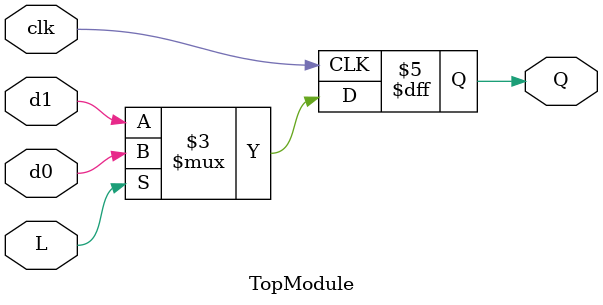
<source format=sv>
module TopModule (
    input logic clk,
    input logic L,
    input logic d0,
    input logic d1,
    output logic Q
);

    always_ff @(posedge clk) begin
        if (L) begin
            Q <= d0;
        end else begin
            Q <= d1;
        end
    end

endmodule
</source>
